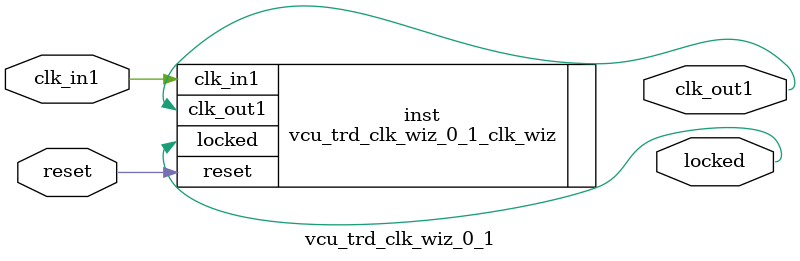
<source format=v>


`timescale 1ps/1ps

(* CORE_GENERATION_INFO = "vcu_trd_clk_wiz_0_1,clk_wiz_v6_0_1_0_0,{component_name=vcu_trd_clk_wiz_0_1,use_phase_alignment=false,use_min_o_jitter=false,use_max_i_jitter=false,use_dyn_phase_shift=false,use_inclk_switchover=false,use_dyn_reconfig=false,enable_axi=0,feedback_source=FDBK_AUTO,PRIMITIVE=MMCM,num_out_clk=1,clkin1_period=10.000,clkin2_period=10.000,use_power_down=false,use_reset=true,use_locked=true,use_inclk_stopped=false,feedback_type=SINGLE,CLOCK_MGR_TYPE=NA,manual_override=false}" *)

module vcu_trd_clk_wiz_0_1 
 (
  // Clock out ports
  output        clk_out1,
  // Status and control signals
  input         reset,
  output        locked,
 // Clock in ports
  input         clk_in1
 );

  vcu_trd_clk_wiz_0_1_clk_wiz inst
  (
  // Clock out ports  
  .clk_out1(clk_out1),
  // Status and control signals               
  .reset(reset), 
  .locked(locked),
 // Clock in ports
  .clk_in1(clk_in1)
  );

endmodule

</source>
